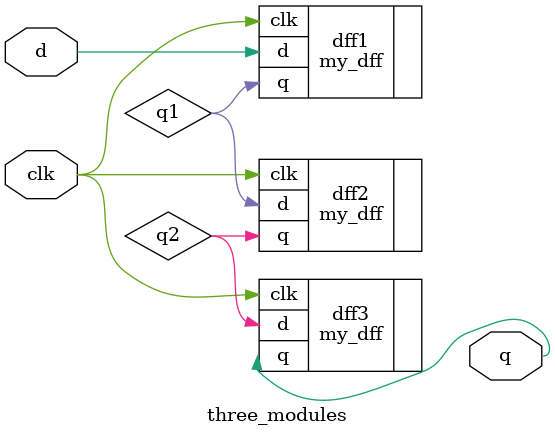
<source format=v>
module three_modules ( input clk, input d, output q );
    wire q1,q2;
    my_dff dff1(.q(q1),.clk(clk),.d(d));
    my_dff dff2(.q(q2),.clk(clk),.d(q1));
	my_dff dff3(.q(q),.clk(clk),.d(q2));
	
        
endmodule
</source>
